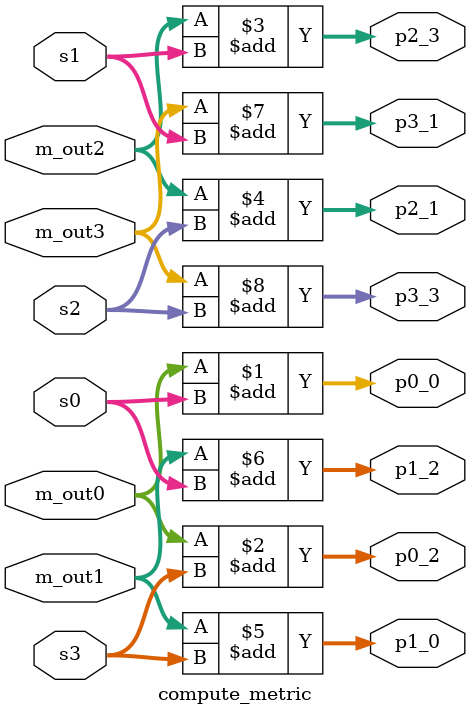
<source format=v>
/******************************************************/   
/*   module compute_metric                            */   
/******************************************************/   
// ---------------------------------------------------------------------------
// Purpose 	: This module is used to accumulate the error metric.
// --
// File name	: compute_metric.v
// Author	: M. Zalfany Urfianto
//		  <zalfany@opencores.org>
// Last Rev.	: 18.4.2000
// 
// Modules used : -
// --
// Simulator	: ModelSim PE/Plus 4.7h
// Error	: None known yet.
// --
// Input  : m_out{0..3}         -> previous error metric
//          s_{0..3}            -> the hamming distance
//                                 
// Output : px_y	        -> result of accumulation
//                                  x : the 'source' state
//				    y : the 'target' state
// ---------------------------------------------------------------------------

module compute_metric   
         (m_out0,m_out1,m_out2,m_out3,   
          s0,s1,s2,s3,
          p0_0,p1_0,p2_1,p3_1,p0_2,p1_2,p2_3,p3_3);   

      input [2:0] m_out0,m_out1,m_out2,m_out3;   
      input [1:0] s0,s1,s2,s3;   
      
      output [3:0] p0_0,p1_0,p2_1,p3_1,p0_2,p1_2,p2_3,p3_3;   

      
       assign p0_0 = m_out0 + s0,
              p0_2 = m_out0 + s3,
              
              p2_3 = m_out2 + s1,   
              p2_1 = m_out2 + s2,

              p1_0 = m_out1 + s3,
              p1_2 = m_out1 + s0,   
              p3_1 = m_out3 + s1,  
              p3_3 = m_out3 + s2;   

endmodule
</source>
